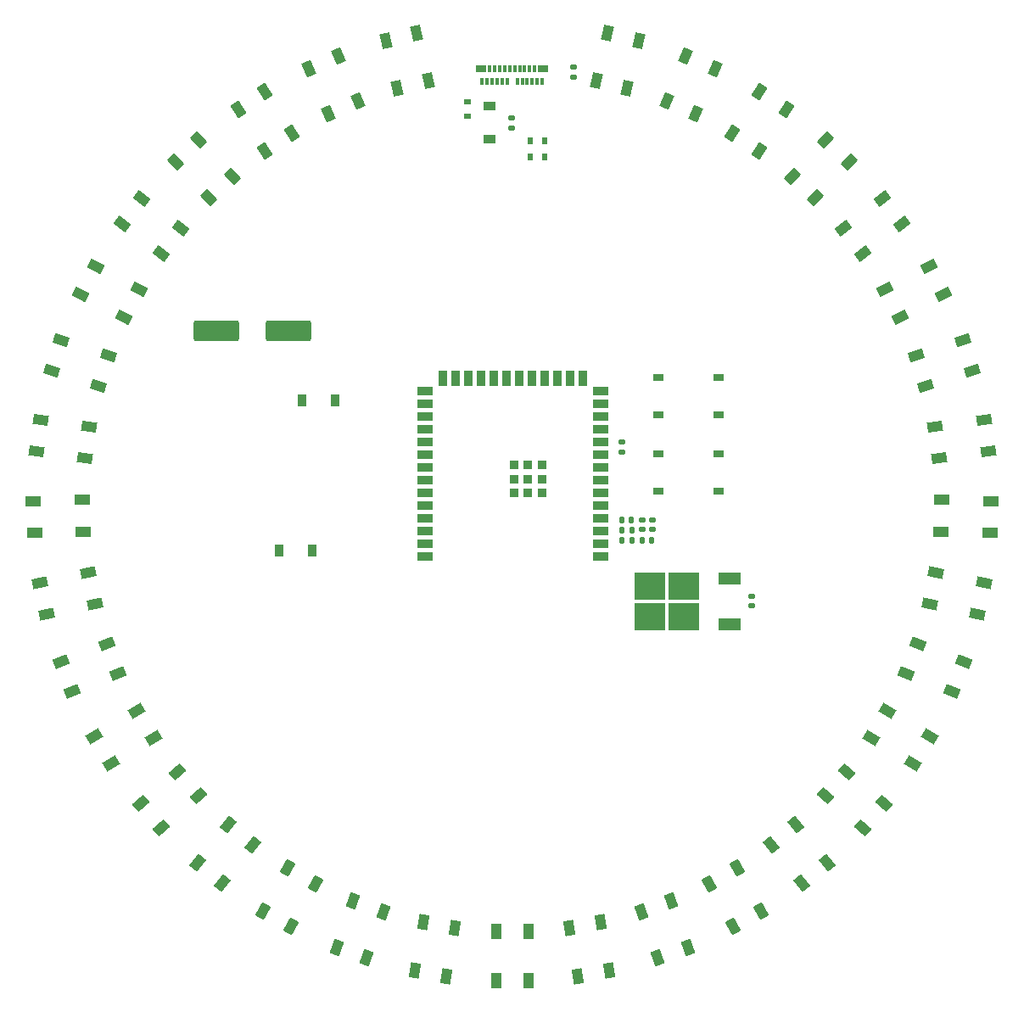
<source format=gbr>
%TF.GenerationSoftware,KiCad,Pcbnew,(6.0.7)*%
%TF.CreationDate,2022-10-20T10:19:37-04:00*%
%TF.ProjectId,SpiritBall,53706972-6974-4426-916c-6c2e6b696361,rev?*%
%TF.SameCoordinates,Original*%
%TF.FileFunction,Paste,Top*%
%TF.FilePolarity,Positive*%
%FSLAX46Y46*%
G04 Gerber Fmt 4.6, Leading zero omitted, Abs format (unit mm)*
G04 Created by KiCad (PCBNEW (6.0.7)) date 2022-10-20 10:19:37*
%MOMM*%
%LPD*%
G01*
G04 APERTURE LIST*
G04 Aperture macros list*
%AMRoundRect*
0 Rectangle with rounded corners*
0 $1 Rounding radius*
0 $2 $3 $4 $5 $6 $7 $8 $9 X,Y pos of 4 corners*
0 Add a 4 corners polygon primitive as box body*
4,1,4,$2,$3,$4,$5,$6,$7,$8,$9,$2,$3,0*
0 Add four circle primitives for the rounded corners*
1,1,$1+$1,$2,$3*
1,1,$1+$1,$4,$5*
1,1,$1+$1,$6,$7*
1,1,$1+$1,$8,$9*
0 Add four rect primitives between the rounded corners*
20,1,$1+$1,$2,$3,$4,$5,0*
20,1,$1+$1,$4,$5,$6,$7,0*
20,1,$1+$1,$6,$7,$8,$9,0*
20,1,$1+$1,$8,$9,$2,$3,0*%
%AMRotRect*
0 Rectangle, with rotation*
0 The origin of the aperture is its center*
0 $1 length*
0 $2 width*
0 $3 Rotation angle, in degrees counterclockwise*
0 Add horizontal line*
21,1,$1,$2,0,0,$3*%
G04 Aperture macros list end*
%ADD10R,0.900000X1.200000*%
%ADD11R,1.200000X0.900000*%
%ADD12R,0.600000X0.700000*%
%ADD13R,0.700000X0.600000*%
%ADD14RotRect,1.500000X1.000000X132.800000*%
%ADD15R,1.000000X0.750000*%
%ADD16RotRect,1.500000X1.000000X309.200000*%
%ADD17RoundRect,0.250001X-1.999999X-0.799999X1.999999X-0.799999X1.999999X0.799999X-1.999999X0.799999X0*%
%ADD18RotRect,1.500000X1.000000X211.200000*%
%ADD19RoundRect,0.135000X-0.185000X0.135000X-0.185000X-0.135000X0.185000X-0.135000X0.185000X0.135000X0*%
%ADD20RotRect,1.500000X1.000000X358.200000*%
%ADD21RotRect,1.500000X1.000000X289.600000*%
%ADD22RoundRect,0.140000X-0.170000X0.140000X-0.170000X-0.140000X0.170000X-0.140000X0.170000X0.140000X0*%
%ADD23R,1.000000X1.500000*%
%ADD24RotRect,1.500000X1.000000X76.600000*%
%ADD25RotRect,1.500000X1.000000X181.800000*%
%ADD26RoundRect,0.140000X-0.140000X-0.170000X0.140000X-0.170000X0.140000X0.170000X-0.140000X0.170000X0*%
%ADD27RotRect,1.500000X1.000000X338.600000*%
%ADD28RotRect,1.500000X1.000000X240.600000*%
%ADD29RoundRect,0.135000X0.135000X0.185000X-0.135000X0.185000X-0.135000X-0.185000X0.135000X-0.185000X0*%
%ADD30RotRect,1.500000X1.000000X57.000000*%
%ADD31RotRect,1.500000X1.000000X221.000000*%
%ADD32RotRect,1.500000X1.000000X47.200000*%
%ADD33RotRect,1.500000X1.000000X103.400000*%
%ADD34RotRect,1.500000X1.000000X348.400000*%
%ADD35RotRect,1.500000X1.000000X66.800000*%
%ADD36RoundRect,0.140000X0.170000X-0.140000X0.170000X0.140000X-0.170000X0.140000X-0.170000X-0.140000X0*%
%ADD37RotRect,1.500000X1.000000X123.000000*%
%ADD38RotRect,1.500000X1.000000X37.400000*%
%ADD39RoundRect,0.135000X0.185000X-0.135000X0.185000X0.135000X-0.185000X0.135000X-0.185000X-0.135000X0*%
%ADD40RotRect,1.500000X1.000000X17.800000*%
%ADD41RoundRect,0.135000X-0.135000X-0.185000X0.135000X-0.185000X0.135000X0.185000X-0.135000X0.185000X0*%
%ADD42RotRect,1.500000X1.000000X8.000000*%
%ADD43RotRect,1.500000X1.000000X27.600000*%
%ADD44RotRect,1.500000X1.000000X142.600000*%
%ADD45RotRect,1.500000X1.000000X279.800000*%
%ADD46RotRect,1.500000X1.000000X191.600000*%
%ADD47RotRect,1.500000X1.000000X152.400000*%
%ADD48RotRect,1.500000X1.000000X250.400000*%
%ADD49RotRect,1.500000X1.000000X328.800000*%
%ADD50R,1.500000X0.900000*%
%ADD51R,0.900000X1.500000*%
%ADD52R,0.900000X0.900000*%
%ADD53R,0.300000X0.700000*%
%ADD54R,1.000000X0.700000*%
%ADD55R,3.050000X2.750000*%
%ADD56R,2.200000X1.200000*%
%ADD57RotRect,1.500000X1.000000X319.000000*%
%ADD58RotRect,1.500000X1.000000X172.000000*%
%ADD59RotRect,1.500000X1.000000X113.200000*%
%ADD60RotRect,1.500000X1.000000X260.200000*%
%ADD61RotRect,1.500000X1.000000X201.400000*%
%ADD62RotRect,1.500000X1.000000X162.200000*%
%ADD63RotRect,1.500000X1.000000X230.800000*%
%ADD64RotRect,1.500000X1.000000X299.400000*%
G04 APERTURE END LIST*
D10*
%TO.C,D38*%
X78360000Y-106426000D03*
X81660000Y-106426000D03*
%TD*%
%TO.C,D37*%
X80646000Y-91440000D03*
X83946000Y-91440000D03*
%TD*%
D11*
%TO.C,D36*%
X99314000Y-65404000D03*
X99314000Y-62104000D03*
%TD*%
D12*
%TO.C,D41*%
X103440000Y-65557400D03*
X104840000Y-65557400D03*
%TD*%
%TO.C,D40*%
X103440400Y-67157600D03*
X104840400Y-67157600D03*
%TD*%
D13*
%TO.C,D39*%
X97155000Y-61657000D03*
X97155000Y-63057000D03*
%TD*%
D14*
%TO.C,D32*%
X71311972Y-71246781D03*
X73659908Y-69072569D03*
X70330646Y-65477293D03*
X67982710Y-67651505D03*
%TD*%
D15*
%TO.C,SW2*%
X116176800Y-89158600D03*
X122176800Y-89158600D03*
X116176800Y-92908600D03*
X122176800Y-92908600D03*
%TD*%
D16*
%TO.C,D14*%
X129922366Y-133795124D03*
X127442544Y-135817618D03*
X130539488Y-139614846D03*
X133019310Y-137592352D03*
%TD*%
D17*
%TO.C,C6*%
X72041200Y-84505800D03*
X79241200Y-84505800D03*
%TD*%
D18*
%TO.C,D24*%
X65776485Y-125166040D03*
X64118798Y-122428874D03*
X59927513Y-124967206D03*
X61585200Y-127704372D03*
%TD*%
D19*
%TO.C,R5*%
X112547400Y-95603600D03*
X112547400Y-96623600D03*
%TD*%
D20*
%TO.C,D9*%
X144479113Y-101346740D03*
X144378599Y-104545161D03*
X149276181Y-104699074D03*
X149376695Y-101500653D03*
%TD*%
D21*
%TO.C,D16*%
X117481392Y-141430439D03*
X114466808Y-142503884D03*
X116110520Y-147119965D03*
X119125104Y-146046520D03*
%TD*%
D22*
%TO.C,C4*%
X125476000Y-111026000D03*
X125476000Y-111986000D03*
%TD*%
D23*
%TO.C,D18*%
X103200000Y-144450000D03*
X100000000Y-144450000D03*
X100000000Y-149350000D03*
X103200000Y-149350000D03*
%TD*%
D24*
%TO.C,D1*%
X109973956Y-59545757D03*
X113086839Y-60287351D03*
X114222404Y-55520749D03*
X111109521Y-54779155D03*
%TD*%
D25*
%TO.C,D27*%
X58821401Y-104545161D03*
X58720887Y-101346740D03*
X53823305Y-101500653D03*
X53923819Y-104699074D03*
%TD*%
D26*
%TO.C,C5*%
X114582000Y-105410000D03*
X115542000Y-105410000D03*
%TD*%
D27*
%TO.C,D11*%
X142079544Y-115745281D03*
X140911938Y-118724659D03*
X145474112Y-120512555D03*
X146641718Y-117533177D03*
%TD*%
D28*
%TO.C,D21*%
X81958716Y-139716957D03*
X79170832Y-138146065D03*
X76765404Y-142415013D03*
X79553288Y-143985905D03*
%TD*%
D29*
%TO.C,R2*%
X113540000Y-105410000D03*
X112520000Y-105410000D03*
%TD*%
D30*
%TO.C,D3*%
X123595909Y-64791544D03*
X126279655Y-66534389D03*
X128948387Y-62424904D03*
X126264641Y-60682059D03*
%TD*%
D31*
%TO.C,D23*%
X70310389Y-130919665D03*
X68211000Y-128504594D03*
X64512923Y-131719283D03*
X66612312Y-134134354D03*
%TD*%
D32*
%TO.C,D4*%
X129540092Y-69072569D03*
X131888028Y-71246781D03*
X135217290Y-67651505D03*
X132869354Y-65477293D03*
%TD*%
D33*
%TO.C,D35*%
X90113161Y-60287351D03*
X93226044Y-59545757D03*
X92090479Y-54779155D03*
X88977596Y-55520749D03*
%TD*%
D34*
%TO.C,D10*%
X143896524Y-108648869D03*
X143253075Y-111783509D03*
X148052994Y-112768791D03*
X148696443Y-109634151D03*
%TD*%
D35*
%TO.C,D2*%
X117009794Y-61584744D03*
X119951027Y-62845358D03*
X121881342Y-58341594D03*
X118940109Y-57080980D03*
%TD*%
D36*
%TO.C,C3*%
X115570000Y-104366000D03*
X115570000Y-103406000D03*
%TD*%
D37*
%TO.C,D33*%
X76920345Y-66534388D03*
X79604091Y-64791543D03*
X76935359Y-60682058D03*
X74251613Y-62424903D03*
%TD*%
D38*
%TO.C,D5*%
X134668865Y-74302882D03*
X136612468Y-76845009D03*
X140505099Y-73868868D03*
X138561496Y-71326741D03*
%TD*%
D39*
%TO.C,R4*%
X101574600Y-64289400D03*
X101574600Y-63269400D03*
%TD*%
D40*
%TO.C,D7*%
X141909631Y-86977549D03*
X142887856Y-90024364D03*
X147553291Y-88526457D03*
X146575066Y-85479642D03*
%TD*%
D41*
%TO.C,R1*%
X112518000Y-104394000D03*
X113538000Y-104394000D03*
%TD*%
D26*
%TO.C,C1*%
X112548000Y-103378000D03*
X113508000Y-103378000D03*
%TD*%
D42*
%TO.C,D8*%
X143810309Y-94052004D03*
X144255663Y-97220862D03*
X149107977Y-96538914D03*
X148662623Y-93370056D03*
%TD*%
D36*
%TO.C,C2*%
X114554000Y-104366000D03*
X114554000Y-103406000D03*
%TD*%
D43*
%TO.C,D6*%
X138832550Y-80329840D03*
X140315097Y-83165691D03*
X144657494Y-80895540D03*
X143174947Y-78059689D03*
%TD*%
D44*
%TO.C,D31*%
X66587532Y-76845009D03*
X68531135Y-74302882D03*
X64638504Y-71326741D03*
X62694901Y-73868868D03*
%TD*%
D45*
%TO.C,D17*%
X110470129Y-143552393D03*
X107316824Y-144097064D03*
X108150851Y-148925563D03*
X111304156Y-148380892D03*
%TD*%
D46*
%TO.C,D26*%
X59946925Y-111783509D03*
X59303476Y-108648869D03*
X54503557Y-109634151D03*
X55147006Y-112768791D03*
%TD*%
D19*
%TO.C,R3*%
X107696000Y-58164000D03*
X107696000Y-59184000D03*
%TD*%
D47*
%TO.C,D30*%
X62884903Y-83165691D03*
X64367450Y-80329840D03*
X60025053Y-78059689D03*
X58542506Y-80895540D03*
%TD*%
D48*
%TO.C,D20*%
X88733192Y-142503884D03*
X85718608Y-141430439D03*
X84074896Y-146046520D03*
X87089480Y-147119965D03*
%TD*%
D49*
%TO.C,D12*%
X139081202Y-122428874D03*
X137423515Y-125166040D03*
X141614800Y-127704372D03*
X143272487Y-124967206D03*
%TD*%
D50*
%TO.C,U1*%
X110411500Y-107046971D03*
X110411500Y-105776971D03*
X110411500Y-104506971D03*
X110411500Y-103236971D03*
X110411500Y-101966971D03*
X110411500Y-100696971D03*
X110411500Y-99426971D03*
X110411500Y-98156971D03*
X110411500Y-96886971D03*
X110411500Y-95616971D03*
X110411500Y-94346971D03*
X110411500Y-93076971D03*
X110411500Y-91806971D03*
X110411500Y-90536971D03*
D51*
X108646500Y-89286971D03*
X107376500Y-89286971D03*
X106106500Y-89286971D03*
X104836500Y-89286971D03*
X103566500Y-89286971D03*
X102296500Y-89286971D03*
X101026500Y-89286971D03*
X99756500Y-89286971D03*
X98486500Y-89286971D03*
X97216500Y-89286971D03*
X95946500Y-89286971D03*
X94676500Y-89286971D03*
D50*
X92911500Y-90536971D03*
X92911500Y-91806971D03*
X92911500Y-93076971D03*
X92911500Y-94346971D03*
X92911500Y-95616971D03*
X92911500Y-96886971D03*
X92911500Y-98156971D03*
X92911500Y-99426971D03*
X92911500Y-100696971D03*
X92911500Y-101966971D03*
X92911500Y-103236971D03*
X92911500Y-104506971D03*
X92911500Y-105776971D03*
X92911500Y-107046971D03*
D52*
X101761500Y-100726971D03*
X103161500Y-97926971D03*
X103161500Y-100726971D03*
X104561500Y-99326971D03*
X104561500Y-100726971D03*
X101761500Y-97926971D03*
X104561500Y-97926971D03*
X103161500Y-99326971D03*
X101761500Y-99326971D03*
%TD*%
D53*
%TO.C,J1*%
X104600000Y-59650000D03*
X104100000Y-59650000D03*
X103600000Y-59650000D03*
X103100000Y-59650000D03*
X102600000Y-59650000D03*
X102100000Y-59650000D03*
X101100000Y-59650000D03*
X100600000Y-59650000D03*
X100100000Y-59650000D03*
X99600000Y-59650000D03*
X99100000Y-59650000D03*
X98600000Y-59650000D03*
D54*
X98500000Y-58350000D03*
D53*
X99350000Y-58350000D03*
X99850000Y-58350000D03*
X100350000Y-58350000D03*
X100850000Y-58350000D03*
X101350000Y-58350000D03*
X101850000Y-58350000D03*
X102350000Y-58350000D03*
X102850000Y-58350000D03*
X103350000Y-58350000D03*
X103850000Y-58350000D03*
D54*
X104700000Y-58350000D03*
%TD*%
D55*
%TO.C,U2*%
X118701000Y-113031000D03*
X118701000Y-109981000D03*
X115351000Y-109981000D03*
X115351000Y-113031000D03*
D56*
X123326000Y-113786000D03*
X123326000Y-109226000D03*
%TD*%
D15*
%TO.C,SW1*%
X116176800Y-96804000D03*
X122176800Y-96804000D03*
X116176800Y-100554000D03*
X122176800Y-100554000D03*
%TD*%
D57*
%TO.C,D13*%
X134989000Y-128504594D03*
X132889611Y-130919665D03*
X136587688Y-134134354D03*
X138687077Y-131719283D03*
%TD*%
D58*
%TO.C,D28*%
X58944337Y-97220862D03*
X59389691Y-94052004D03*
X54537377Y-93370056D03*
X54092023Y-96538914D03*
%TD*%
D59*
%TO.C,D34*%
X83248973Y-62845358D03*
X86190206Y-61584744D03*
X84259891Y-57080980D03*
X81318658Y-58341594D03*
%TD*%
D60*
%TO.C,D19*%
X95883176Y-144097064D03*
X92729871Y-143552393D03*
X91895844Y-148380892D03*
X95049149Y-148925563D03*
%TD*%
D61*
%TO.C,D25*%
X62288062Y-118724659D03*
X61120456Y-115745281D03*
X56558282Y-117533177D03*
X57725888Y-120512555D03*
%TD*%
D62*
%TO.C,D29*%
X60312144Y-90024364D03*
X61290369Y-86977549D03*
X56624934Y-85479642D03*
X55646709Y-88526457D03*
%TD*%
D63*
%TO.C,D22*%
X75757456Y-135817618D03*
X73277634Y-133795124D03*
X70180690Y-137592352D03*
X72660512Y-139614846D03*
%TD*%
D64*
%TO.C,D15*%
X124029168Y-138146065D03*
X121241284Y-139716957D03*
X123646712Y-143985905D03*
X126434596Y-142415013D03*
%TD*%
M02*

</source>
